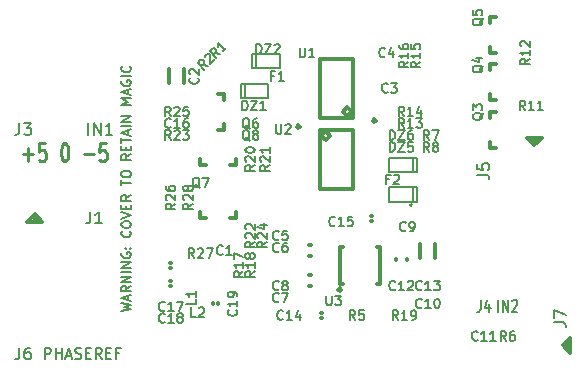
<source format=gto>
G04 #@! TF.FileFunction,Legend,Top*
%FSLAX46Y46*%
G04 Gerber Fmt 4.6, Leading zero omitted, Abs format (unit mm)*
G04 Created by KiCad (PCBNEW (2014-11-08 BZR 5258)-product) date Tue 11 Nov 2014 07:31:25 PM EST*
%MOMM*%
G01*
G04 APERTURE LIST*
%ADD10C,0.100000*%
%ADD11C,0.200000*%
%ADD12C,0.275000*%
%ADD13C,0.350000*%
%ADD14C,0.150000*%
%ADD15C,0.203200*%
G04 APERTURE END LIST*
D10*
D11*
X96811905Y-85380951D02*
X97611905Y-85190475D01*
X97040476Y-85038094D01*
X97611905Y-84885713D01*
X96811905Y-84695237D01*
X97383333Y-84428570D02*
X97383333Y-84047618D01*
X97611905Y-84504761D02*
X96811905Y-84238094D01*
X97611905Y-83971427D01*
X97611905Y-83247618D02*
X97230952Y-83514285D01*
X97611905Y-83704761D02*
X96811905Y-83704761D01*
X96811905Y-83399999D01*
X96850000Y-83323808D01*
X96888095Y-83285713D01*
X96964286Y-83247618D01*
X97078571Y-83247618D01*
X97154762Y-83285713D01*
X97192857Y-83323808D01*
X97230952Y-83399999D01*
X97230952Y-83704761D01*
X97611905Y-82904761D02*
X96811905Y-82904761D01*
X97611905Y-82447618D01*
X96811905Y-82447618D01*
X97611905Y-82066666D02*
X96811905Y-82066666D01*
X97611905Y-81685714D02*
X96811905Y-81685714D01*
X97611905Y-81228571D01*
X96811905Y-81228571D01*
X96850000Y-80428571D02*
X96811905Y-80504762D01*
X96811905Y-80619047D01*
X96850000Y-80733333D01*
X96926190Y-80809524D01*
X97002381Y-80847619D01*
X97154762Y-80885714D01*
X97269048Y-80885714D01*
X97421429Y-80847619D01*
X97497619Y-80809524D01*
X97573810Y-80733333D01*
X97611905Y-80619047D01*
X97611905Y-80542857D01*
X97573810Y-80428571D01*
X97535714Y-80390476D01*
X97269048Y-80390476D01*
X97269048Y-80542857D01*
X97535714Y-80047619D02*
X97573810Y-80009524D01*
X97611905Y-80047619D01*
X97573810Y-80085714D01*
X97535714Y-80047619D01*
X97611905Y-80047619D01*
X97116667Y-80047619D02*
X97154762Y-80009524D01*
X97192857Y-80047619D01*
X97154762Y-80085714D01*
X97116667Y-80047619D01*
X97192857Y-80047619D01*
X97535714Y-78600000D02*
X97573810Y-78638095D01*
X97611905Y-78752381D01*
X97611905Y-78828571D01*
X97573810Y-78942857D01*
X97497619Y-79019048D01*
X97421429Y-79057143D01*
X97269048Y-79095238D01*
X97154762Y-79095238D01*
X97002381Y-79057143D01*
X96926190Y-79019048D01*
X96850000Y-78942857D01*
X96811905Y-78828571D01*
X96811905Y-78752381D01*
X96850000Y-78638095D01*
X96888095Y-78600000D01*
X96811905Y-78104762D02*
X96811905Y-77952381D01*
X96850000Y-77876190D01*
X96926190Y-77800000D01*
X97078571Y-77761905D01*
X97345238Y-77761905D01*
X97497619Y-77800000D01*
X97573810Y-77876190D01*
X97611905Y-77952381D01*
X97611905Y-78104762D01*
X97573810Y-78180952D01*
X97497619Y-78257143D01*
X97345238Y-78295238D01*
X97078571Y-78295238D01*
X96926190Y-78257143D01*
X96850000Y-78180952D01*
X96811905Y-78104762D01*
X96811905Y-77533334D02*
X97611905Y-77266667D01*
X96811905Y-77000000D01*
X97192857Y-76733334D02*
X97192857Y-76466667D01*
X97611905Y-76352381D02*
X97611905Y-76733334D01*
X96811905Y-76733334D01*
X96811905Y-76352381D01*
X97611905Y-75552381D02*
X97230952Y-75819048D01*
X97611905Y-76009524D02*
X96811905Y-76009524D01*
X96811905Y-75704762D01*
X96850000Y-75628571D01*
X96888095Y-75590476D01*
X96964286Y-75552381D01*
X97078571Y-75552381D01*
X97154762Y-75590476D01*
X97192857Y-75628571D01*
X97230952Y-75704762D01*
X97230952Y-76009524D01*
X96811905Y-74714286D02*
X96811905Y-74257143D01*
X97611905Y-74485714D02*
X96811905Y-74485714D01*
X96811905Y-73838095D02*
X96811905Y-73685714D01*
X96850000Y-73609523D01*
X96926190Y-73533333D01*
X97078571Y-73495238D01*
X97345238Y-73495238D01*
X97497619Y-73533333D01*
X97573810Y-73609523D01*
X97611905Y-73685714D01*
X97611905Y-73838095D01*
X97573810Y-73914285D01*
X97497619Y-73990476D01*
X97345238Y-74028571D01*
X97078571Y-74028571D01*
X96926190Y-73990476D01*
X96850000Y-73914285D01*
X96811905Y-73838095D01*
X97611905Y-72085714D02*
X97230952Y-72352381D01*
X97611905Y-72542857D02*
X96811905Y-72542857D01*
X96811905Y-72238095D01*
X96850000Y-72161904D01*
X96888095Y-72123809D01*
X96964286Y-72085714D01*
X97078571Y-72085714D01*
X97154762Y-72123809D01*
X97192857Y-72161904D01*
X97230952Y-72238095D01*
X97230952Y-72542857D01*
X97192857Y-71742857D02*
X97192857Y-71476190D01*
X97611905Y-71361904D02*
X97611905Y-71742857D01*
X96811905Y-71742857D01*
X96811905Y-71361904D01*
X96811905Y-71133333D02*
X96811905Y-70676190D01*
X97611905Y-70904761D02*
X96811905Y-70904761D01*
X97383333Y-70447618D02*
X97383333Y-70066666D01*
X97611905Y-70523809D02*
X96811905Y-70257142D01*
X97611905Y-69990475D01*
X97611905Y-69723809D02*
X96811905Y-69723809D01*
X97611905Y-69342857D02*
X96811905Y-69342857D01*
X97611905Y-68885714D01*
X96811905Y-68885714D01*
X97611905Y-67895238D02*
X96811905Y-67895238D01*
X97383333Y-67628571D01*
X96811905Y-67361904D01*
X97611905Y-67361904D01*
X97383333Y-67019047D02*
X97383333Y-66638095D01*
X97611905Y-67095238D02*
X96811905Y-66828571D01*
X97611905Y-66561904D01*
X96850000Y-65876190D02*
X96811905Y-65952381D01*
X96811905Y-66066666D01*
X96850000Y-66180952D01*
X96926190Y-66257143D01*
X97002381Y-66295238D01*
X97154762Y-66333333D01*
X97269048Y-66333333D01*
X97421429Y-66295238D01*
X97497619Y-66257143D01*
X97573810Y-66180952D01*
X97611905Y-66066666D01*
X97611905Y-65990476D01*
X97573810Y-65876190D01*
X97535714Y-65838095D01*
X97269048Y-65838095D01*
X97269048Y-65990476D01*
X97611905Y-65495238D02*
X96811905Y-65495238D01*
X97535714Y-64657143D02*
X97573810Y-64695238D01*
X97611905Y-64809524D01*
X97611905Y-64885714D01*
X97573810Y-65000000D01*
X97497619Y-65076191D01*
X97421429Y-65114286D01*
X97269048Y-65152381D01*
X97154762Y-65152381D01*
X97002381Y-65114286D01*
X96926190Y-65076191D01*
X96850000Y-65000000D01*
X96811905Y-64885714D01*
X96811905Y-64809524D01*
X96850000Y-64695238D01*
X96888095Y-64657143D01*
D12*
X88490477Y-72107143D02*
X89328572Y-72107143D01*
X88909524Y-72678571D02*
X88909524Y-71535714D01*
X90376191Y-71178571D02*
X89852382Y-71178571D01*
X89800001Y-71892857D01*
X89852382Y-71821429D01*
X89957144Y-71750000D01*
X90219048Y-71750000D01*
X90323810Y-71821429D01*
X90376191Y-71892857D01*
X90428572Y-72035714D01*
X90428572Y-72392857D01*
X90376191Y-72535714D01*
X90323810Y-72607143D01*
X90219048Y-72678571D01*
X89957144Y-72678571D01*
X89852382Y-72607143D01*
X89800001Y-72535714D01*
X91947620Y-71178571D02*
X92052381Y-71178571D01*
X92157143Y-71250000D01*
X92209524Y-71321429D01*
X92261905Y-71464286D01*
X92314286Y-71750000D01*
X92314286Y-72107143D01*
X92261905Y-72392857D01*
X92209524Y-72535714D01*
X92157143Y-72607143D01*
X92052381Y-72678571D01*
X91947620Y-72678571D01*
X91842858Y-72607143D01*
X91790477Y-72535714D01*
X91738096Y-72392857D01*
X91685715Y-72107143D01*
X91685715Y-71750000D01*
X91738096Y-71464286D01*
X91790477Y-71321429D01*
X91842858Y-71250000D01*
X91947620Y-71178571D01*
X93623810Y-72107143D02*
X94461905Y-72107143D01*
X95509524Y-71178571D02*
X94985715Y-71178571D01*
X94933334Y-71892857D01*
X94985715Y-71821429D01*
X95090477Y-71750000D01*
X95352381Y-71750000D01*
X95457143Y-71821429D01*
X95509524Y-71892857D01*
X95561905Y-72035714D01*
X95561905Y-72392857D01*
X95509524Y-72535714D01*
X95457143Y-72607143D01*
X95352381Y-72678571D01*
X95090477Y-72678571D01*
X94985715Y-72607143D01*
X94933334Y-72535714D01*
D11*
X108200000Y-63600000D02*
X107900000Y-63600000D01*
X107900000Y-63600000D02*
X107900000Y-64800000D01*
X107900000Y-64800000D02*
X108200000Y-64800000D01*
X108200000Y-63600000D02*
X110200000Y-63600000D01*
X110200000Y-63600000D02*
X110200000Y-64800000D01*
X110200000Y-64800000D02*
X108200000Y-64800000D01*
X108200000Y-64800000D02*
X108200000Y-63600000D01*
X107250000Y-66150000D02*
X106950000Y-66150000D01*
X106950000Y-66150000D02*
X106950000Y-67350000D01*
X106950000Y-67350000D02*
X107250000Y-67350000D01*
X107250000Y-66150000D02*
X109250000Y-66150000D01*
X109250000Y-66150000D02*
X109250000Y-67350000D01*
X109250000Y-67350000D02*
X107250000Y-67350000D01*
X107250000Y-67350000D02*
X107250000Y-66150000D01*
X121500000Y-73600000D02*
X121800000Y-73600000D01*
X121800000Y-73600000D02*
X121800000Y-72400000D01*
X121800000Y-72400000D02*
X121500000Y-72400000D01*
X121500000Y-73600000D02*
X119500000Y-73600000D01*
X119500000Y-73600000D02*
X119500000Y-72400000D01*
X119500000Y-72400000D02*
X121500000Y-72400000D01*
X121500000Y-72400000D02*
X121500000Y-73600000D01*
D13*
X120029000Y-80929000D02*
X120029000Y-81071000D01*
X120029000Y-81071000D02*
X120029000Y-80929000D01*
X120971000Y-80929000D02*
X120971000Y-81071000D01*
X120971000Y-81071000D02*
X120971000Y-80929000D01*
X89460000Y-77175000D02*
X88825000Y-77810000D01*
X88825000Y-77810000D02*
X89460000Y-77810000D01*
X89460000Y-77810000D02*
X90095000Y-77810000D01*
X90095000Y-77810000D02*
X89460000Y-77175000D01*
X89460000Y-77175000D02*
X89460000Y-77810000D01*
X131770000Y-71325000D02*
X132405000Y-70690000D01*
X132405000Y-70690000D02*
X131135000Y-70690000D01*
X131135000Y-70690000D02*
X131770000Y-71325000D01*
X131770000Y-71325000D02*
X131770000Y-70690000D01*
X134175000Y-88270000D02*
X134810000Y-88905000D01*
X134810000Y-88905000D02*
X134810000Y-87635000D01*
X134810000Y-87635000D02*
X134175000Y-88270000D01*
X134175000Y-88270000D02*
X134810000Y-88270000D01*
X112821000Y-79779000D02*
X112679000Y-79779000D01*
X112679000Y-79779000D02*
X112821000Y-79779000D01*
X112821000Y-80721000D02*
X112679000Y-80721000D01*
X112679000Y-80721000D02*
X112821000Y-80721000D01*
X102146000Y-66096000D02*
X102146000Y-64904000D01*
X102146000Y-64904000D02*
X102146000Y-66096000D01*
X100854000Y-66096000D02*
X100854000Y-64904000D01*
X100854000Y-64904000D02*
X100854000Y-66096000D01*
X112821000Y-82279000D02*
X112679000Y-82279000D01*
X112679000Y-82279000D02*
X112821000Y-82279000D01*
X112821000Y-83221000D02*
X112679000Y-83221000D01*
X112679000Y-83221000D02*
X112821000Y-83221000D01*
X123396000Y-80846000D02*
X123396000Y-79654000D01*
X123396000Y-79654000D02*
X123396000Y-80846000D01*
X122104000Y-80846000D02*
X122104000Y-79654000D01*
X122104000Y-79654000D02*
X122104000Y-80846000D01*
D11*
X121400000Y-76400000D02*
X121300000Y-76300000D01*
X121300000Y-76300000D02*
X121200000Y-76400000D01*
X121200000Y-76400000D02*
X121300000Y-76500000D01*
X121300000Y-76500000D02*
X121400000Y-76400000D01*
X121500000Y-76100000D02*
X121800000Y-76100000D01*
X121800000Y-76100000D02*
X121800000Y-74900000D01*
X121800000Y-74900000D02*
X121500000Y-74900000D01*
X121500000Y-76100000D02*
X119500000Y-76100000D01*
X119500000Y-76100000D02*
X119500000Y-74900000D01*
X119500000Y-74900000D02*
X121500000Y-74900000D01*
X121500000Y-74900000D02*
X121500000Y-76100000D01*
D13*
X127992000Y-68984000D02*
X127992000Y-68476000D01*
X127992000Y-68476000D02*
X128500000Y-68476000D01*
X128500000Y-71524000D02*
X127992000Y-71524000D01*
X127992000Y-71524000D02*
X127992000Y-71016000D01*
X127992000Y-64984000D02*
X127992000Y-64476000D01*
X127992000Y-64476000D02*
X128500000Y-64476000D01*
X128500000Y-67524000D02*
X127992000Y-67524000D01*
X127992000Y-67524000D02*
X127992000Y-67016000D01*
X127992000Y-60984000D02*
X127992000Y-60476000D01*
X127992000Y-60476000D02*
X128500000Y-60476000D01*
X128500000Y-63524000D02*
X127992000Y-63524000D01*
X127992000Y-63524000D02*
X127992000Y-63016000D01*
X105508000Y-69516000D02*
X105508000Y-70024000D01*
X105508000Y-70024000D02*
X105000000Y-70024000D01*
X105000000Y-66976000D02*
X105508000Y-66976000D01*
X105508000Y-66976000D02*
X105508000Y-67484000D01*
X103984000Y-77508000D02*
X103476000Y-77508000D01*
X103476000Y-77508000D02*
X103476000Y-77000000D01*
X106524000Y-77000000D02*
X106524000Y-77508000D01*
X106524000Y-77508000D02*
X106016000Y-77508000D01*
X103984000Y-73008000D02*
X103476000Y-73008000D01*
X103476000Y-73008000D02*
X103476000Y-72500000D01*
X106524000Y-72500000D02*
X106524000Y-73008000D01*
X106524000Y-73008000D02*
X106016000Y-73008000D01*
X113583000Y-69000000D02*
X116417000Y-69000000D01*
X116417000Y-69000000D02*
X116417000Y-64000000D01*
X116417000Y-64000000D02*
X113583000Y-64000000D01*
X113583000Y-64000000D02*
X113583000Y-69000000D01*
X118348000Y-69259000D02*
X118221000Y-69386000D01*
X118221000Y-69386000D02*
X118094000Y-69259000D01*
X118094000Y-69259000D02*
X118221000Y-69132000D01*
X118221000Y-69132000D02*
X118348000Y-69259000D01*
X116290000Y-68492000D02*
X115909000Y-68873000D01*
X115909000Y-68873000D02*
X115528000Y-68492000D01*
X115528000Y-68492000D02*
X115909000Y-68111000D01*
X115909000Y-68111000D02*
X116290000Y-68492000D01*
X116417000Y-70000000D02*
X113583000Y-70000000D01*
X113583000Y-70000000D02*
X113583000Y-75000000D01*
X113583000Y-75000000D02*
X116417000Y-75000000D01*
X116417000Y-75000000D02*
X116417000Y-70000000D01*
X111652000Y-69741000D02*
X111779000Y-69614000D01*
X111779000Y-69614000D02*
X111906000Y-69741000D01*
X111906000Y-69741000D02*
X111779000Y-69868000D01*
X111779000Y-69868000D02*
X111652000Y-69741000D01*
X113710000Y-70508000D02*
X114091000Y-70127000D01*
X114091000Y-70127000D02*
X114472000Y-70508000D01*
X114472000Y-70508000D02*
X114091000Y-70889000D01*
X114091000Y-70889000D02*
X113710000Y-70508000D01*
X115546000Y-83050000D02*
X115323000Y-83050000D01*
X115323000Y-83050000D02*
X115323000Y-79950000D01*
X115323000Y-79950000D02*
X115546000Y-79950000D01*
X118454000Y-83050000D02*
X118677000Y-83050000D01*
X118677000Y-83050000D02*
X118677000Y-79950000D01*
X118677000Y-79950000D02*
X118454000Y-79950000D01*
X115292000Y-83685000D02*
X115165000Y-83558000D01*
X115165000Y-83558000D02*
X115292000Y-83431000D01*
X115292000Y-83431000D02*
X115419000Y-83558000D01*
X115419000Y-83558000D02*
X115292000Y-83685000D01*
X113796000Y-85529000D02*
X113704000Y-85529000D01*
X113704000Y-85529000D02*
X113796000Y-85529000D01*
X113796000Y-85971000D02*
X113704000Y-85971000D01*
X113704000Y-85971000D02*
X113796000Y-85971000D01*
X117954000Y-77721000D02*
X118046000Y-77721000D01*
X118046000Y-77721000D02*
X117954000Y-77721000D01*
X117954000Y-77279000D02*
X118046000Y-77279000D01*
X118046000Y-77279000D02*
X117954000Y-77279000D01*
X101046000Y-81279000D02*
X100954000Y-81279000D01*
X100954000Y-81279000D02*
X101046000Y-81279000D01*
X101046000Y-81721000D02*
X100954000Y-81721000D01*
X100954000Y-81721000D02*
X101046000Y-81721000D01*
X101046000Y-82779000D02*
X100954000Y-82779000D01*
X100954000Y-82779000D02*
X101046000Y-82779000D01*
X101046000Y-83221000D02*
X100954000Y-83221000D01*
X100954000Y-83221000D02*
X101046000Y-83221000D01*
X104529000Y-84704000D02*
X104529000Y-84796000D01*
X104529000Y-84796000D02*
X104529000Y-84704000D01*
X104971000Y-84704000D02*
X104971000Y-84796000D01*
X104971000Y-84796000D02*
X104971000Y-84704000D01*
D14*
X108228571Y-63561905D02*
X108228571Y-62761905D01*
X108419047Y-62761905D01*
X108533333Y-62800000D01*
X108609524Y-62876190D01*
X108647619Y-62952381D01*
X108685714Y-63104762D01*
X108685714Y-63219048D01*
X108647619Y-63371429D01*
X108609524Y-63447619D01*
X108533333Y-63523810D01*
X108419047Y-63561905D01*
X108228571Y-63561905D01*
X108952381Y-62761905D02*
X109485714Y-62761905D01*
X108952381Y-63561905D01*
X109485714Y-63561905D01*
X109752381Y-62838095D02*
X109790476Y-62800000D01*
X109866667Y-62761905D01*
X110057143Y-62761905D01*
X110133333Y-62800000D01*
X110171429Y-62838095D01*
X110209524Y-62914286D01*
X110209524Y-62990476D01*
X110171429Y-63104762D01*
X109714286Y-63561905D01*
X110209524Y-63561905D01*
X107028571Y-68361905D02*
X107028571Y-67561905D01*
X107219047Y-67561905D01*
X107333333Y-67600000D01*
X107409524Y-67676190D01*
X107447619Y-67752381D01*
X107485714Y-67904762D01*
X107485714Y-68019048D01*
X107447619Y-68171429D01*
X107409524Y-68247619D01*
X107333333Y-68323810D01*
X107219047Y-68361905D01*
X107028571Y-68361905D01*
X107752381Y-67561905D02*
X108285714Y-67561905D01*
X107752381Y-68361905D01*
X108285714Y-68361905D01*
X109009524Y-68361905D02*
X108552381Y-68361905D01*
X108780952Y-68361905D02*
X108780952Y-67561905D01*
X108704762Y-67676190D01*
X108628571Y-67752381D01*
X108552381Y-67790476D01*
X119528571Y-70861905D02*
X119528571Y-70061905D01*
X119719047Y-70061905D01*
X119833333Y-70100000D01*
X119909524Y-70176190D01*
X119947619Y-70252381D01*
X119985714Y-70404762D01*
X119985714Y-70519048D01*
X119947619Y-70671429D01*
X119909524Y-70747619D01*
X119833333Y-70823810D01*
X119719047Y-70861905D01*
X119528571Y-70861905D01*
X120252381Y-70061905D02*
X120785714Y-70061905D01*
X120252381Y-70861905D01*
X120785714Y-70861905D01*
X121433333Y-70061905D02*
X121280952Y-70061905D01*
X121204762Y-70100000D01*
X121166667Y-70138095D01*
X121090476Y-70252381D01*
X121052381Y-70404762D01*
X121052381Y-70709524D01*
X121090476Y-70785714D01*
X121128571Y-70823810D01*
X121204762Y-70861905D01*
X121357143Y-70861905D01*
X121433333Y-70823810D01*
X121471429Y-70785714D01*
X121509524Y-70709524D01*
X121509524Y-70519048D01*
X121471429Y-70442857D01*
X121433333Y-70404762D01*
X121357143Y-70366667D01*
X121204762Y-70366667D01*
X121128571Y-70404762D01*
X121090476Y-70442857D01*
X121052381Y-70519048D01*
X88166667Y-69452381D02*
X88166667Y-70166667D01*
X88119047Y-70309524D01*
X88023809Y-70404762D01*
X87880952Y-70452381D01*
X87785714Y-70452381D01*
X88547619Y-69452381D02*
X89166667Y-69452381D01*
X88833333Y-69833333D01*
X88976191Y-69833333D01*
X89071429Y-69880952D01*
X89119048Y-69928571D01*
X89166667Y-70023810D01*
X89166667Y-70261905D01*
X89119048Y-70357143D01*
X89071429Y-70404762D01*
X88976191Y-70452381D01*
X88690476Y-70452381D01*
X88595238Y-70404762D01*
X88547619Y-70357143D01*
X94000000Y-70452381D02*
X94000000Y-69452381D01*
X94476190Y-70452381D02*
X94476190Y-69452381D01*
X95047619Y-70452381D01*
X95047619Y-69452381D01*
X96047619Y-70452381D02*
X95476190Y-70452381D01*
X95761904Y-70452381D02*
X95761904Y-69452381D01*
X95666666Y-69595238D01*
X95571428Y-69690476D01*
X95476190Y-69738095D01*
X119985714Y-83535714D02*
X119947619Y-83573810D01*
X119833333Y-83611905D01*
X119757143Y-83611905D01*
X119642857Y-83573810D01*
X119566666Y-83497619D01*
X119528571Y-83421429D01*
X119490476Y-83269048D01*
X119490476Y-83154762D01*
X119528571Y-83002381D01*
X119566666Y-82926190D01*
X119642857Y-82850000D01*
X119757143Y-82811905D01*
X119833333Y-82811905D01*
X119947619Y-82850000D01*
X119985714Y-82888095D01*
X120747619Y-83611905D02*
X120290476Y-83611905D01*
X120519047Y-83611905D02*
X120519047Y-82811905D01*
X120442857Y-82926190D01*
X120366666Y-83002381D01*
X120290476Y-83040476D01*
X121052381Y-82888095D02*
X121090476Y-82850000D01*
X121166667Y-82811905D01*
X121357143Y-82811905D01*
X121433333Y-82850000D01*
X121471429Y-82888095D01*
X121509524Y-82964286D01*
X121509524Y-83040476D01*
X121471429Y-83154762D01*
X121014286Y-83611905D01*
X121509524Y-83611905D01*
D15*
X94166414Y-76951965D02*
X94166414Y-77666793D01*
X94118758Y-77809759D01*
X94023448Y-77905070D01*
X93880482Y-77952725D01*
X93785172Y-77952725D01*
X95167174Y-77952725D02*
X94595311Y-77952725D01*
X94881242Y-77952725D02*
X94881242Y-76951965D01*
X94785932Y-77094930D01*
X94690621Y-77190241D01*
X94595311Y-77237896D01*
X126951965Y-73833586D02*
X127666793Y-73833586D01*
X127809759Y-73881242D01*
X127905070Y-73976552D01*
X127952725Y-74119518D01*
X127952725Y-74214828D01*
X126951965Y-72880481D02*
X126951965Y-73357034D01*
X127428517Y-73404689D01*
X127380862Y-73357034D01*
X127333207Y-73261723D01*
X127333207Y-73023447D01*
X127380862Y-72928137D01*
X127428517Y-72880481D01*
X127523828Y-72832826D01*
X127762104Y-72832826D01*
X127857414Y-72880481D01*
X127905070Y-72928137D01*
X127952725Y-73023447D01*
X127952725Y-73261723D01*
X127905070Y-73357034D01*
X127857414Y-73404689D01*
X133451965Y-86333586D02*
X134166793Y-86333586D01*
X134309759Y-86381242D01*
X134405070Y-86476552D01*
X134452725Y-86619518D01*
X134452725Y-86714828D01*
X133451965Y-85952344D02*
X133451965Y-85285171D01*
X134452725Y-85714068D01*
D14*
X110116667Y-80285714D02*
X110078572Y-80323810D01*
X109964286Y-80361905D01*
X109888096Y-80361905D01*
X109773810Y-80323810D01*
X109697619Y-80247619D01*
X109659524Y-80171429D01*
X109621429Y-80019048D01*
X109621429Y-79904762D01*
X109659524Y-79752381D01*
X109697619Y-79676190D01*
X109773810Y-79600000D01*
X109888096Y-79561905D01*
X109964286Y-79561905D01*
X110078572Y-79600000D01*
X110116667Y-79638095D01*
X110802381Y-79561905D02*
X110650000Y-79561905D01*
X110573810Y-79600000D01*
X110535715Y-79638095D01*
X110459524Y-79752381D01*
X110421429Y-79904762D01*
X110421429Y-80209524D01*
X110459524Y-80285714D01*
X110497619Y-80323810D01*
X110573810Y-80361905D01*
X110726191Y-80361905D01*
X110802381Y-80323810D01*
X110840477Y-80285714D01*
X110878572Y-80209524D01*
X110878572Y-80019048D01*
X110840477Y-79942857D01*
X110802381Y-79904762D01*
X110726191Y-79866667D01*
X110573810Y-79866667D01*
X110497619Y-79904762D01*
X110459524Y-79942857D01*
X110421429Y-80019048D01*
X131361905Y-64014286D02*
X130980952Y-64280953D01*
X131361905Y-64471429D02*
X130561905Y-64471429D01*
X130561905Y-64166667D01*
X130600000Y-64090476D01*
X130638095Y-64052381D01*
X130714286Y-64014286D01*
X130828571Y-64014286D01*
X130904762Y-64052381D01*
X130942857Y-64090476D01*
X130980952Y-64166667D01*
X130980952Y-64471429D01*
X131361905Y-63252381D02*
X131361905Y-63709524D01*
X131361905Y-63480953D02*
X130561905Y-63480953D01*
X130676190Y-63557143D01*
X130752381Y-63633334D01*
X130790476Y-63709524D01*
X130638095Y-62947619D02*
X130600000Y-62909524D01*
X130561905Y-62833333D01*
X130561905Y-62642857D01*
X130600000Y-62566667D01*
X130638095Y-62528571D01*
X130714286Y-62490476D01*
X130790476Y-62490476D01*
X130904762Y-62528571D01*
X131361905Y-62985714D01*
X131361905Y-62490476D01*
X103285714Y-65633333D02*
X103323810Y-65671428D01*
X103361905Y-65785714D01*
X103361905Y-65861904D01*
X103323810Y-65976190D01*
X103247619Y-66052381D01*
X103171429Y-66090476D01*
X103019048Y-66128571D01*
X102904762Y-66128571D01*
X102752381Y-66090476D01*
X102676190Y-66052381D01*
X102600000Y-65976190D01*
X102561905Y-65861904D01*
X102561905Y-65785714D01*
X102600000Y-65671428D01*
X102638095Y-65633333D01*
X102638095Y-65328571D02*
X102600000Y-65290476D01*
X102561905Y-65214285D01*
X102561905Y-65023809D01*
X102600000Y-64947619D01*
X102638095Y-64909523D01*
X102714286Y-64871428D01*
X102790476Y-64871428D01*
X102904762Y-64909523D01*
X103361905Y-65366666D01*
X103361905Y-64871428D01*
X119366667Y-66785714D02*
X119328572Y-66823810D01*
X119214286Y-66861905D01*
X119138096Y-66861905D01*
X119023810Y-66823810D01*
X118947619Y-66747619D01*
X118909524Y-66671429D01*
X118871429Y-66519048D01*
X118871429Y-66404762D01*
X118909524Y-66252381D01*
X118947619Y-66176190D01*
X119023810Y-66100000D01*
X119138096Y-66061905D01*
X119214286Y-66061905D01*
X119328572Y-66100000D01*
X119366667Y-66138095D01*
X119633334Y-66061905D02*
X120128572Y-66061905D01*
X119861905Y-66366667D01*
X119976191Y-66366667D01*
X120052381Y-66404762D01*
X120090477Y-66442857D01*
X120128572Y-66519048D01*
X120128572Y-66709524D01*
X120090477Y-66785714D01*
X120052381Y-66823810D01*
X119976191Y-66861905D01*
X119747619Y-66861905D01*
X119671429Y-66823810D01*
X119633334Y-66785714D01*
X119116667Y-63785714D02*
X119078572Y-63823810D01*
X118964286Y-63861905D01*
X118888096Y-63861905D01*
X118773810Y-63823810D01*
X118697619Y-63747619D01*
X118659524Y-63671429D01*
X118621429Y-63519048D01*
X118621429Y-63404762D01*
X118659524Y-63252381D01*
X118697619Y-63176190D01*
X118773810Y-63100000D01*
X118888096Y-63061905D01*
X118964286Y-63061905D01*
X119078572Y-63100000D01*
X119116667Y-63138095D01*
X119802381Y-63328571D02*
X119802381Y-63861905D01*
X119611905Y-63023810D02*
X119421429Y-63595238D01*
X119916667Y-63595238D01*
X110116667Y-79285714D02*
X110078572Y-79323810D01*
X109964286Y-79361905D01*
X109888096Y-79361905D01*
X109773810Y-79323810D01*
X109697619Y-79247619D01*
X109659524Y-79171429D01*
X109621429Y-79019048D01*
X109621429Y-78904762D01*
X109659524Y-78752381D01*
X109697619Y-78676190D01*
X109773810Y-78600000D01*
X109888096Y-78561905D01*
X109964286Y-78561905D01*
X110078572Y-78600000D01*
X110116667Y-78638095D01*
X110840477Y-78561905D02*
X110459524Y-78561905D01*
X110421429Y-78942857D01*
X110459524Y-78904762D01*
X110535715Y-78866667D01*
X110726191Y-78866667D01*
X110802381Y-78904762D01*
X110840477Y-78942857D01*
X110878572Y-79019048D01*
X110878572Y-79209524D01*
X110840477Y-79285714D01*
X110802381Y-79323810D01*
X110726191Y-79361905D01*
X110535715Y-79361905D01*
X110459524Y-79323810D01*
X110421429Y-79285714D01*
X110116667Y-84535714D02*
X110078572Y-84573810D01*
X109964286Y-84611905D01*
X109888096Y-84611905D01*
X109773810Y-84573810D01*
X109697619Y-84497619D01*
X109659524Y-84421429D01*
X109621429Y-84269048D01*
X109621429Y-84154762D01*
X109659524Y-84002381D01*
X109697619Y-83926190D01*
X109773810Y-83850000D01*
X109888096Y-83811905D01*
X109964286Y-83811905D01*
X110078572Y-83850000D01*
X110116667Y-83888095D01*
X110383334Y-83811905D02*
X110916667Y-83811905D01*
X110573810Y-84611905D01*
X110116667Y-83535714D02*
X110078572Y-83573810D01*
X109964286Y-83611905D01*
X109888096Y-83611905D01*
X109773810Y-83573810D01*
X109697619Y-83497619D01*
X109659524Y-83421429D01*
X109621429Y-83269048D01*
X109621429Y-83154762D01*
X109659524Y-83002381D01*
X109697619Y-82926190D01*
X109773810Y-82850000D01*
X109888096Y-82811905D01*
X109964286Y-82811905D01*
X110078572Y-82850000D01*
X110116667Y-82888095D01*
X110573810Y-83154762D02*
X110497619Y-83116667D01*
X110459524Y-83078571D01*
X110421429Y-83002381D01*
X110421429Y-82964286D01*
X110459524Y-82888095D01*
X110497619Y-82850000D01*
X110573810Y-82811905D01*
X110726191Y-82811905D01*
X110802381Y-82850000D01*
X110840477Y-82888095D01*
X110878572Y-82964286D01*
X110878572Y-83002381D01*
X110840477Y-83078571D01*
X110802381Y-83116667D01*
X110726191Y-83154762D01*
X110573810Y-83154762D01*
X110497619Y-83192857D01*
X110459524Y-83230952D01*
X110421429Y-83307143D01*
X110421429Y-83459524D01*
X110459524Y-83535714D01*
X110497619Y-83573810D01*
X110573810Y-83611905D01*
X110726191Y-83611905D01*
X110802381Y-83573810D01*
X110840477Y-83535714D01*
X110878572Y-83459524D01*
X110878572Y-83307143D01*
X110840477Y-83230952D01*
X110802381Y-83192857D01*
X110726191Y-83154762D01*
X120866667Y-78535714D02*
X120828572Y-78573810D01*
X120714286Y-78611905D01*
X120638096Y-78611905D01*
X120523810Y-78573810D01*
X120447619Y-78497619D01*
X120409524Y-78421429D01*
X120371429Y-78269048D01*
X120371429Y-78154762D01*
X120409524Y-78002381D01*
X120447619Y-77926190D01*
X120523810Y-77850000D01*
X120638096Y-77811905D01*
X120714286Y-77811905D01*
X120828572Y-77850000D01*
X120866667Y-77888095D01*
X121247619Y-78611905D02*
X121400000Y-78611905D01*
X121476191Y-78573810D01*
X121514286Y-78535714D01*
X121590477Y-78421429D01*
X121628572Y-78269048D01*
X121628572Y-77964286D01*
X121590477Y-77888095D01*
X121552381Y-77850000D01*
X121476191Y-77811905D01*
X121323810Y-77811905D01*
X121247619Y-77850000D01*
X121209524Y-77888095D01*
X121171429Y-77964286D01*
X121171429Y-78154762D01*
X121209524Y-78230952D01*
X121247619Y-78269048D01*
X121323810Y-78307143D01*
X121476191Y-78307143D01*
X121552381Y-78269048D01*
X121590477Y-78230952D01*
X121628572Y-78154762D01*
X122235714Y-85035714D02*
X122197619Y-85073810D01*
X122083333Y-85111905D01*
X122007143Y-85111905D01*
X121892857Y-85073810D01*
X121816666Y-84997619D01*
X121778571Y-84921429D01*
X121740476Y-84769048D01*
X121740476Y-84654762D01*
X121778571Y-84502381D01*
X121816666Y-84426190D01*
X121892857Y-84350000D01*
X122007143Y-84311905D01*
X122083333Y-84311905D01*
X122197619Y-84350000D01*
X122235714Y-84388095D01*
X122997619Y-85111905D02*
X122540476Y-85111905D01*
X122769047Y-85111905D02*
X122769047Y-84311905D01*
X122692857Y-84426190D01*
X122616666Y-84502381D01*
X122540476Y-84540476D01*
X123492857Y-84311905D02*
X123569048Y-84311905D01*
X123645238Y-84350000D01*
X123683333Y-84388095D01*
X123721429Y-84464286D01*
X123759524Y-84616667D01*
X123759524Y-84807143D01*
X123721429Y-84959524D01*
X123683333Y-85035714D01*
X123645238Y-85073810D01*
X123569048Y-85111905D01*
X123492857Y-85111905D01*
X123416667Y-85073810D01*
X123378571Y-85035714D01*
X123340476Y-84959524D01*
X123302381Y-84807143D01*
X123302381Y-84616667D01*
X123340476Y-84464286D01*
X123378571Y-84388095D01*
X123416667Y-84350000D01*
X123492857Y-84311905D01*
X126985714Y-87785714D02*
X126947619Y-87823810D01*
X126833333Y-87861905D01*
X126757143Y-87861905D01*
X126642857Y-87823810D01*
X126566666Y-87747619D01*
X126528571Y-87671429D01*
X126490476Y-87519048D01*
X126490476Y-87404762D01*
X126528571Y-87252381D01*
X126566666Y-87176190D01*
X126642857Y-87100000D01*
X126757143Y-87061905D01*
X126833333Y-87061905D01*
X126947619Y-87100000D01*
X126985714Y-87138095D01*
X127747619Y-87861905D02*
X127290476Y-87861905D01*
X127519047Y-87861905D02*
X127519047Y-87061905D01*
X127442857Y-87176190D01*
X127366666Y-87252381D01*
X127290476Y-87290476D01*
X128509524Y-87861905D02*
X128052381Y-87861905D01*
X128280952Y-87861905D02*
X128280952Y-87061905D01*
X128204762Y-87176190D01*
X128128571Y-87252381D01*
X128052381Y-87290476D01*
X122235714Y-83535714D02*
X122197619Y-83573810D01*
X122083333Y-83611905D01*
X122007143Y-83611905D01*
X121892857Y-83573810D01*
X121816666Y-83497619D01*
X121778571Y-83421429D01*
X121740476Y-83269048D01*
X121740476Y-83154762D01*
X121778571Y-83002381D01*
X121816666Y-82926190D01*
X121892857Y-82850000D01*
X122007143Y-82811905D01*
X122083333Y-82811905D01*
X122197619Y-82850000D01*
X122235714Y-82888095D01*
X122997619Y-83611905D02*
X122540476Y-83611905D01*
X122769047Y-83611905D02*
X122769047Y-82811905D01*
X122692857Y-82926190D01*
X122616666Y-83002381D01*
X122540476Y-83040476D01*
X123264286Y-82811905D02*
X123759524Y-82811905D01*
X123492857Y-83116667D01*
X123607143Y-83116667D01*
X123683333Y-83154762D01*
X123721429Y-83192857D01*
X123759524Y-83269048D01*
X123759524Y-83459524D01*
X123721429Y-83535714D01*
X123683333Y-83573810D01*
X123607143Y-83611905D01*
X123378571Y-83611905D01*
X123302381Y-83573810D01*
X123264286Y-83535714D01*
X100985714Y-69785714D02*
X100947619Y-69823810D01*
X100833333Y-69861905D01*
X100757143Y-69861905D01*
X100642857Y-69823810D01*
X100566666Y-69747619D01*
X100528571Y-69671429D01*
X100490476Y-69519048D01*
X100490476Y-69404762D01*
X100528571Y-69252381D01*
X100566666Y-69176190D01*
X100642857Y-69100000D01*
X100757143Y-69061905D01*
X100833333Y-69061905D01*
X100947619Y-69100000D01*
X100985714Y-69138095D01*
X101747619Y-69861905D02*
X101290476Y-69861905D01*
X101519047Y-69861905D02*
X101519047Y-69061905D01*
X101442857Y-69176190D01*
X101366666Y-69252381D01*
X101290476Y-69290476D01*
X102433333Y-69061905D02*
X102280952Y-69061905D01*
X102204762Y-69100000D01*
X102166667Y-69138095D01*
X102090476Y-69252381D01*
X102052381Y-69404762D01*
X102052381Y-69709524D01*
X102090476Y-69785714D01*
X102128571Y-69823810D01*
X102204762Y-69861905D01*
X102357143Y-69861905D01*
X102433333Y-69823810D01*
X102471429Y-69785714D01*
X102509524Y-69709524D01*
X102509524Y-69519048D01*
X102471429Y-69442857D01*
X102433333Y-69404762D01*
X102357143Y-69366667D01*
X102204762Y-69366667D01*
X102128571Y-69404762D01*
X102090476Y-69442857D01*
X102052381Y-69519048D01*
X119528571Y-71861905D02*
X119528571Y-71061905D01*
X119719047Y-71061905D01*
X119833333Y-71100000D01*
X119909524Y-71176190D01*
X119947619Y-71252381D01*
X119985714Y-71404762D01*
X119985714Y-71519048D01*
X119947619Y-71671429D01*
X119909524Y-71747619D01*
X119833333Y-71823810D01*
X119719047Y-71861905D01*
X119528571Y-71861905D01*
X120252381Y-71061905D02*
X120785714Y-71061905D01*
X120252381Y-71861905D01*
X120785714Y-71861905D01*
X121471429Y-71061905D02*
X121090476Y-71061905D01*
X121052381Y-71442857D01*
X121090476Y-71404762D01*
X121166667Y-71366667D01*
X121357143Y-71366667D01*
X121433333Y-71404762D01*
X121471429Y-71442857D01*
X121509524Y-71519048D01*
X121509524Y-71709524D01*
X121471429Y-71785714D01*
X121433333Y-71823810D01*
X121357143Y-71861905D01*
X121166667Y-71861905D01*
X121090476Y-71823810D01*
X121052381Y-71785714D01*
X109733334Y-65442857D02*
X109466667Y-65442857D01*
X109466667Y-65861905D02*
X109466667Y-65061905D01*
X109847620Y-65061905D01*
X110571429Y-65861905D02*
X110114286Y-65861905D01*
X110342857Y-65861905D02*
X110342857Y-65061905D01*
X110266667Y-65176190D01*
X110190476Y-65252381D01*
X110114286Y-65290476D01*
X119483334Y-74192857D02*
X119216667Y-74192857D01*
X119216667Y-74611905D02*
X119216667Y-73811905D01*
X119597620Y-73811905D01*
X119864286Y-73888095D02*
X119902381Y-73850000D01*
X119978572Y-73811905D01*
X120169048Y-73811905D01*
X120245238Y-73850000D01*
X120283334Y-73888095D01*
X120321429Y-73964286D01*
X120321429Y-74040476D01*
X120283334Y-74154762D01*
X119826191Y-74611905D01*
X120321429Y-74611905D01*
X127233334Y-84452381D02*
X127233334Y-85166667D01*
X127195238Y-85309524D01*
X127119048Y-85404762D01*
X127004762Y-85452381D01*
X126928572Y-85452381D01*
X127957143Y-84785714D02*
X127957143Y-85452381D01*
X127766667Y-84404762D02*
X127576191Y-85119048D01*
X128071429Y-85119048D01*
X128700000Y-85452381D02*
X128700000Y-84452381D01*
X129080952Y-85452381D02*
X129080952Y-84452381D01*
X129538095Y-85452381D01*
X129538095Y-84452381D01*
X129880952Y-84547619D02*
X129919047Y-84500000D01*
X129995238Y-84452381D01*
X130185714Y-84452381D01*
X130261904Y-84500000D01*
X130300000Y-84547619D01*
X130338095Y-84642857D01*
X130338095Y-84738095D01*
X130300000Y-84880952D01*
X129842857Y-85452381D01*
X130338095Y-85452381D01*
X88166667Y-88452381D02*
X88166667Y-89166667D01*
X88119047Y-89309524D01*
X88023809Y-89404762D01*
X87880952Y-89452381D01*
X87785714Y-89452381D01*
X89071429Y-88452381D02*
X88880952Y-88452381D01*
X88785714Y-88500000D01*
X88738095Y-88547619D01*
X88642857Y-88690476D01*
X88595238Y-88880952D01*
X88595238Y-89261905D01*
X88642857Y-89357143D01*
X88690476Y-89404762D01*
X88785714Y-89452381D01*
X88976191Y-89452381D01*
X89071429Y-89404762D01*
X89119048Y-89357143D01*
X89166667Y-89261905D01*
X89166667Y-89023810D01*
X89119048Y-88928571D01*
X89071429Y-88880952D01*
X88976191Y-88833333D01*
X88785714Y-88833333D01*
X88690476Y-88880952D01*
X88642857Y-88928571D01*
X88595238Y-89023810D01*
X90328571Y-89452381D02*
X90328571Y-88452381D01*
X90671428Y-88452381D01*
X90757142Y-88500000D01*
X90799999Y-88547619D01*
X90842856Y-88642857D01*
X90842856Y-88785714D01*
X90799999Y-88880952D01*
X90757142Y-88928571D01*
X90671428Y-88976190D01*
X90328571Y-88976190D01*
X91228571Y-89452381D02*
X91228571Y-88452381D01*
X91228571Y-88928571D02*
X91742856Y-88928571D01*
X91742856Y-89452381D02*
X91742856Y-88452381D01*
X92128571Y-89166667D02*
X92557142Y-89166667D01*
X92042856Y-89452381D02*
X92342856Y-88452381D01*
X92642856Y-89452381D01*
X92900000Y-89404762D02*
X93028571Y-89452381D01*
X93242857Y-89452381D01*
X93328571Y-89404762D01*
X93371428Y-89357143D01*
X93414285Y-89261905D01*
X93414285Y-89166667D01*
X93371428Y-89071429D01*
X93328571Y-89023810D01*
X93242857Y-88976190D01*
X93071428Y-88928571D01*
X92985714Y-88880952D01*
X92942857Y-88833333D01*
X92900000Y-88738095D01*
X92900000Y-88642857D01*
X92942857Y-88547619D01*
X92985714Y-88500000D01*
X93071428Y-88452381D01*
X93285714Y-88452381D01*
X93414285Y-88500000D01*
X93800000Y-88928571D02*
X94100000Y-88928571D01*
X94228571Y-89452381D02*
X93800000Y-89452381D01*
X93800000Y-88452381D01*
X94228571Y-88452381D01*
X95128571Y-89452381D02*
X94828571Y-88976190D01*
X94614286Y-89452381D02*
X94614286Y-88452381D01*
X94957143Y-88452381D01*
X95042857Y-88500000D01*
X95085714Y-88547619D01*
X95128571Y-88642857D01*
X95128571Y-88785714D01*
X95085714Y-88880952D01*
X95042857Y-88928571D01*
X94957143Y-88976190D01*
X94614286Y-88976190D01*
X95514286Y-88928571D02*
X95814286Y-88928571D01*
X95942857Y-89452381D02*
X95514286Y-89452381D01*
X95514286Y-88452381D01*
X95942857Y-88452381D01*
X96628572Y-88928571D02*
X96328572Y-88928571D01*
X96328572Y-89452381D02*
X96328572Y-88452381D01*
X96757143Y-88452381D01*
X127438095Y-68576190D02*
X127400000Y-68652381D01*
X127323810Y-68728571D01*
X127209524Y-68842857D01*
X127171429Y-68919048D01*
X127171429Y-68995238D01*
X127361905Y-68957143D02*
X127323810Y-69033333D01*
X127247619Y-69109524D01*
X127095238Y-69147619D01*
X126828571Y-69147619D01*
X126676190Y-69109524D01*
X126600000Y-69033333D01*
X126561905Y-68957143D01*
X126561905Y-68804762D01*
X126600000Y-68728571D01*
X126676190Y-68652381D01*
X126828571Y-68614286D01*
X127095238Y-68614286D01*
X127247619Y-68652381D01*
X127323810Y-68728571D01*
X127361905Y-68804762D01*
X127361905Y-68957143D01*
X126561905Y-68347619D02*
X126561905Y-67852381D01*
X126866667Y-68119048D01*
X126866667Y-68004762D01*
X126904762Y-67928572D01*
X126942857Y-67890476D01*
X127019048Y-67852381D01*
X127209524Y-67852381D01*
X127285714Y-67890476D01*
X127323810Y-67928572D01*
X127361905Y-68004762D01*
X127361905Y-68233334D01*
X127323810Y-68309524D01*
X127285714Y-68347619D01*
X127438095Y-64576190D02*
X127400000Y-64652381D01*
X127323810Y-64728571D01*
X127209524Y-64842857D01*
X127171429Y-64919048D01*
X127171429Y-64995238D01*
X127361905Y-64957143D02*
X127323810Y-65033333D01*
X127247619Y-65109524D01*
X127095238Y-65147619D01*
X126828571Y-65147619D01*
X126676190Y-65109524D01*
X126600000Y-65033333D01*
X126561905Y-64957143D01*
X126561905Y-64804762D01*
X126600000Y-64728571D01*
X126676190Y-64652381D01*
X126828571Y-64614286D01*
X127095238Y-64614286D01*
X127247619Y-64652381D01*
X127323810Y-64728571D01*
X127361905Y-64804762D01*
X127361905Y-64957143D01*
X126828571Y-63928572D02*
X127361905Y-63928572D01*
X126523810Y-64119048D02*
X127095238Y-64309524D01*
X127095238Y-63814286D01*
X127438095Y-60576190D02*
X127400000Y-60652381D01*
X127323810Y-60728571D01*
X127209524Y-60842857D01*
X127171429Y-60919048D01*
X127171429Y-60995238D01*
X127361905Y-60957143D02*
X127323810Y-61033333D01*
X127247619Y-61109524D01*
X127095238Y-61147619D01*
X126828571Y-61147619D01*
X126676190Y-61109524D01*
X126600000Y-61033333D01*
X126561905Y-60957143D01*
X126561905Y-60804762D01*
X126600000Y-60728571D01*
X126676190Y-60652381D01*
X126828571Y-60614286D01*
X127095238Y-60614286D01*
X127247619Y-60652381D01*
X127323810Y-60728571D01*
X127361905Y-60804762D01*
X127361905Y-60957143D01*
X126561905Y-59890476D02*
X126561905Y-60271429D01*
X126942857Y-60309524D01*
X126904762Y-60271429D01*
X126866667Y-60195238D01*
X126866667Y-60004762D01*
X126904762Y-59928572D01*
X126942857Y-59890476D01*
X127019048Y-59852381D01*
X127209524Y-59852381D01*
X127285714Y-59890476D01*
X127323810Y-59928572D01*
X127361905Y-60004762D01*
X127361905Y-60195238D01*
X127323810Y-60271429D01*
X127285714Y-60309524D01*
X107673810Y-69938095D02*
X107597619Y-69900000D01*
X107521429Y-69823810D01*
X107407143Y-69709524D01*
X107330952Y-69671429D01*
X107254762Y-69671429D01*
X107292857Y-69861905D02*
X107216667Y-69823810D01*
X107140476Y-69747619D01*
X107102381Y-69595238D01*
X107102381Y-69328571D01*
X107140476Y-69176190D01*
X107216667Y-69100000D01*
X107292857Y-69061905D01*
X107445238Y-69061905D01*
X107521429Y-69100000D01*
X107597619Y-69176190D01*
X107635714Y-69328571D01*
X107635714Y-69595238D01*
X107597619Y-69747619D01*
X107521429Y-69823810D01*
X107445238Y-69861905D01*
X107292857Y-69861905D01*
X108321428Y-69061905D02*
X108169047Y-69061905D01*
X108092857Y-69100000D01*
X108054762Y-69138095D01*
X107978571Y-69252381D01*
X107940476Y-69404762D01*
X107940476Y-69709524D01*
X107978571Y-69785714D01*
X108016666Y-69823810D01*
X108092857Y-69861905D01*
X108245238Y-69861905D01*
X108321428Y-69823810D01*
X108359524Y-69785714D01*
X108397619Y-69709524D01*
X108397619Y-69519048D01*
X108359524Y-69442857D01*
X108321428Y-69404762D01*
X108245238Y-69366667D01*
X108092857Y-69366667D01*
X108016666Y-69404762D01*
X107978571Y-69442857D01*
X107940476Y-69519048D01*
X103423810Y-74938095D02*
X103347619Y-74900000D01*
X103271429Y-74823810D01*
X103157143Y-74709524D01*
X103080952Y-74671429D01*
X103004762Y-74671429D01*
X103042857Y-74861905D02*
X102966667Y-74823810D01*
X102890476Y-74747619D01*
X102852381Y-74595238D01*
X102852381Y-74328571D01*
X102890476Y-74176190D01*
X102966667Y-74100000D01*
X103042857Y-74061905D01*
X103195238Y-74061905D01*
X103271429Y-74100000D01*
X103347619Y-74176190D01*
X103385714Y-74328571D01*
X103385714Y-74595238D01*
X103347619Y-74747619D01*
X103271429Y-74823810D01*
X103195238Y-74861905D01*
X103042857Y-74861905D01*
X103652381Y-74061905D02*
X104185714Y-74061905D01*
X103842857Y-74861905D01*
X107673810Y-70938095D02*
X107597619Y-70900000D01*
X107521429Y-70823810D01*
X107407143Y-70709524D01*
X107330952Y-70671429D01*
X107254762Y-70671429D01*
X107292857Y-70861905D02*
X107216667Y-70823810D01*
X107140476Y-70747619D01*
X107102381Y-70595238D01*
X107102381Y-70328571D01*
X107140476Y-70176190D01*
X107216667Y-70100000D01*
X107292857Y-70061905D01*
X107445238Y-70061905D01*
X107521429Y-70100000D01*
X107597619Y-70176190D01*
X107635714Y-70328571D01*
X107635714Y-70595238D01*
X107597619Y-70747619D01*
X107521429Y-70823810D01*
X107445238Y-70861905D01*
X107292857Y-70861905D01*
X108092857Y-70404762D02*
X108016666Y-70366667D01*
X107978571Y-70328571D01*
X107940476Y-70252381D01*
X107940476Y-70214286D01*
X107978571Y-70138095D01*
X108016666Y-70100000D01*
X108092857Y-70061905D01*
X108245238Y-70061905D01*
X108321428Y-70100000D01*
X108359524Y-70138095D01*
X108397619Y-70214286D01*
X108397619Y-70252381D01*
X108359524Y-70328571D01*
X108321428Y-70366667D01*
X108245238Y-70404762D01*
X108092857Y-70404762D01*
X108016666Y-70442857D01*
X107978571Y-70480952D01*
X107940476Y-70557143D01*
X107940476Y-70709524D01*
X107978571Y-70785714D01*
X108016666Y-70823810D01*
X108092857Y-70861905D01*
X108245238Y-70861905D01*
X108321428Y-70823810D01*
X108359524Y-70785714D01*
X108397619Y-70709524D01*
X108397619Y-70557143D01*
X108359524Y-70480952D01*
X108321428Y-70442857D01*
X108245238Y-70404762D01*
X105161625Y-63600186D02*
X104703688Y-63519374D01*
X104838376Y-63923435D02*
X104272690Y-63357750D01*
X104488190Y-63142250D01*
X104569002Y-63115312D01*
X104622877Y-63115312D01*
X104703689Y-63142250D01*
X104784501Y-63223062D01*
X104811439Y-63303874D01*
X104811439Y-63357749D01*
X104784501Y-63438561D01*
X104569001Y-63654061D01*
X105700373Y-63061438D02*
X105377124Y-63384687D01*
X105538748Y-63223063D02*
X104973063Y-62657377D01*
X105000000Y-62792064D01*
X105000000Y-62899814D01*
X104973063Y-62980626D01*
X104161625Y-64600186D02*
X103703688Y-64519374D01*
X103838376Y-64923435D02*
X103272690Y-64357750D01*
X103488190Y-64142250D01*
X103569002Y-64115312D01*
X103622877Y-64115312D01*
X103703689Y-64142250D01*
X103784501Y-64223062D01*
X103811439Y-64303874D01*
X103811439Y-64357749D01*
X103784501Y-64438561D01*
X103569001Y-64654061D01*
X103865313Y-63872876D02*
X103865313Y-63819001D01*
X103892251Y-63738189D01*
X104026938Y-63603502D01*
X104107750Y-63576565D01*
X104161625Y-63576564D01*
X104242437Y-63603502D01*
X104296312Y-63657377D01*
X104350187Y-63765126D01*
X104350187Y-64411624D01*
X104700373Y-64061438D01*
X116616667Y-86111905D02*
X116350000Y-85730952D01*
X116159524Y-86111905D02*
X116159524Y-85311905D01*
X116464286Y-85311905D01*
X116540477Y-85350000D01*
X116578572Y-85388095D01*
X116616667Y-85464286D01*
X116616667Y-85578571D01*
X116578572Y-85654762D01*
X116540477Y-85692857D01*
X116464286Y-85730952D01*
X116159524Y-85730952D01*
X117340477Y-85311905D02*
X116959524Y-85311905D01*
X116921429Y-85692857D01*
X116959524Y-85654762D01*
X117035715Y-85616667D01*
X117226191Y-85616667D01*
X117302381Y-85654762D01*
X117340477Y-85692857D01*
X117378572Y-85769048D01*
X117378572Y-85959524D01*
X117340477Y-86035714D01*
X117302381Y-86073810D01*
X117226191Y-86111905D01*
X117035715Y-86111905D01*
X116959524Y-86073810D01*
X116921429Y-86035714D01*
X129366667Y-87861905D02*
X129100000Y-87480952D01*
X128909524Y-87861905D02*
X128909524Y-87061905D01*
X129214286Y-87061905D01*
X129290477Y-87100000D01*
X129328572Y-87138095D01*
X129366667Y-87214286D01*
X129366667Y-87328571D01*
X129328572Y-87404762D01*
X129290477Y-87442857D01*
X129214286Y-87480952D01*
X128909524Y-87480952D01*
X130052381Y-87061905D02*
X129900000Y-87061905D01*
X129823810Y-87100000D01*
X129785715Y-87138095D01*
X129709524Y-87252381D01*
X129671429Y-87404762D01*
X129671429Y-87709524D01*
X129709524Y-87785714D01*
X129747619Y-87823810D01*
X129823810Y-87861905D01*
X129976191Y-87861905D01*
X130052381Y-87823810D01*
X130090477Y-87785714D01*
X130128572Y-87709524D01*
X130128572Y-87519048D01*
X130090477Y-87442857D01*
X130052381Y-87404762D01*
X129976191Y-87366667D01*
X129823810Y-87366667D01*
X129747619Y-87404762D01*
X129709524Y-87442857D01*
X129671429Y-87519048D01*
X122866667Y-70861905D02*
X122600000Y-70480952D01*
X122409524Y-70861905D02*
X122409524Y-70061905D01*
X122714286Y-70061905D01*
X122790477Y-70100000D01*
X122828572Y-70138095D01*
X122866667Y-70214286D01*
X122866667Y-70328571D01*
X122828572Y-70404762D01*
X122790477Y-70442857D01*
X122714286Y-70480952D01*
X122409524Y-70480952D01*
X123133334Y-70061905D02*
X123666667Y-70061905D01*
X123323810Y-70861905D01*
X122866667Y-71861905D02*
X122600000Y-71480952D01*
X122409524Y-71861905D02*
X122409524Y-71061905D01*
X122714286Y-71061905D01*
X122790477Y-71100000D01*
X122828572Y-71138095D01*
X122866667Y-71214286D01*
X122866667Y-71328571D01*
X122828572Y-71404762D01*
X122790477Y-71442857D01*
X122714286Y-71480952D01*
X122409524Y-71480952D01*
X123323810Y-71404762D02*
X123247619Y-71366667D01*
X123209524Y-71328571D01*
X123171429Y-71252381D01*
X123171429Y-71214286D01*
X123209524Y-71138095D01*
X123247619Y-71100000D01*
X123323810Y-71061905D01*
X123476191Y-71061905D01*
X123552381Y-71100000D01*
X123590477Y-71138095D01*
X123628572Y-71214286D01*
X123628572Y-71252381D01*
X123590477Y-71328571D01*
X123552381Y-71366667D01*
X123476191Y-71404762D01*
X123323810Y-71404762D01*
X123247619Y-71442857D01*
X123209524Y-71480952D01*
X123171429Y-71557143D01*
X123171429Y-71709524D01*
X123209524Y-71785714D01*
X123247619Y-71823810D01*
X123323810Y-71861905D01*
X123476191Y-71861905D01*
X123552381Y-71823810D01*
X123590477Y-71785714D01*
X123628572Y-71709524D01*
X123628572Y-71557143D01*
X123590477Y-71480952D01*
X123552381Y-71442857D01*
X123476191Y-71404762D01*
X130985714Y-68361905D02*
X130719047Y-67980952D01*
X130528571Y-68361905D02*
X130528571Y-67561905D01*
X130833333Y-67561905D01*
X130909524Y-67600000D01*
X130947619Y-67638095D01*
X130985714Y-67714286D01*
X130985714Y-67828571D01*
X130947619Y-67904762D01*
X130909524Y-67942857D01*
X130833333Y-67980952D01*
X130528571Y-67980952D01*
X131747619Y-68361905D02*
X131290476Y-68361905D01*
X131519047Y-68361905D02*
X131519047Y-67561905D01*
X131442857Y-67676190D01*
X131366666Y-67752381D01*
X131290476Y-67790476D01*
X132509524Y-68361905D02*
X132052381Y-68361905D01*
X132280952Y-68361905D02*
X132280952Y-67561905D01*
X132204762Y-67676190D01*
X132128571Y-67752381D01*
X132052381Y-67790476D01*
X120735714Y-69861905D02*
X120469047Y-69480952D01*
X120278571Y-69861905D02*
X120278571Y-69061905D01*
X120583333Y-69061905D01*
X120659524Y-69100000D01*
X120697619Y-69138095D01*
X120735714Y-69214286D01*
X120735714Y-69328571D01*
X120697619Y-69404762D01*
X120659524Y-69442857D01*
X120583333Y-69480952D01*
X120278571Y-69480952D01*
X121497619Y-69861905D02*
X121040476Y-69861905D01*
X121269047Y-69861905D02*
X121269047Y-69061905D01*
X121192857Y-69176190D01*
X121116666Y-69252381D01*
X121040476Y-69290476D01*
X121764286Y-69061905D02*
X122259524Y-69061905D01*
X121992857Y-69366667D01*
X122107143Y-69366667D01*
X122183333Y-69404762D01*
X122221429Y-69442857D01*
X122259524Y-69519048D01*
X122259524Y-69709524D01*
X122221429Y-69785714D01*
X122183333Y-69823810D01*
X122107143Y-69861905D01*
X121878571Y-69861905D01*
X121802381Y-69823810D01*
X121764286Y-69785714D01*
X120735714Y-68861905D02*
X120469047Y-68480952D01*
X120278571Y-68861905D02*
X120278571Y-68061905D01*
X120583333Y-68061905D01*
X120659524Y-68100000D01*
X120697619Y-68138095D01*
X120735714Y-68214286D01*
X120735714Y-68328571D01*
X120697619Y-68404762D01*
X120659524Y-68442857D01*
X120583333Y-68480952D01*
X120278571Y-68480952D01*
X121497619Y-68861905D02*
X121040476Y-68861905D01*
X121269047Y-68861905D02*
X121269047Y-68061905D01*
X121192857Y-68176190D01*
X121116666Y-68252381D01*
X121040476Y-68290476D01*
X122183333Y-68328571D02*
X122183333Y-68861905D01*
X121992857Y-68023810D02*
X121802381Y-68595238D01*
X122297619Y-68595238D01*
X122111905Y-64264286D02*
X121730952Y-64530953D01*
X122111905Y-64721429D02*
X121311905Y-64721429D01*
X121311905Y-64416667D01*
X121350000Y-64340476D01*
X121388095Y-64302381D01*
X121464286Y-64264286D01*
X121578571Y-64264286D01*
X121654762Y-64302381D01*
X121692857Y-64340476D01*
X121730952Y-64416667D01*
X121730952Y-64721429D01*
X122111905Y-63502381D02*
X122111905Y-63959524D01*
X122111905Y-63730953D02*
X121311905Y-63730953D01*
X121426190Y-63807143D01*
X121502381Y-63883334D01*
X121540476Y-63959524D01*
X121311905Y-62778571D02*
X121311905Y-63159524D01*
X121692857Y-63197619D01*
X121654762Y-63159524D01*
X121616667Y-63083333D01*
X121616667Y-62892857D01*
X121654762Y-62816667D01*
X121692857Y-62778571D01*
X121769048Y-62740476D01*
X121959524Y-62740476D01*
X122035714Y-62778571D01*
X122073810Y-62816667D01*
X122111905Y-62892857D01*
X122111905Y-63083333D01*
X122073810Y-63159524D01*
X122035714Y-63197619D01*
X121111905Y-64264286D02*
X120730952Y-64530953D01*
X121111905Y-64721429D02*
X120311905Y-64721429D01*
X120311905Y-64416667D01*
X120350000Y-64340476D01*
X120388095Y-64302381D01*
X120464286Y-64264286D01*
X120578571Y-64264286D01*
X120654762Y-64302381D01*
X120692857Y-64340476D01*
X120730952Y-64416667D01*
X120730952Y-64721429D01*
X121111905Y-63502381D02*
X121111905Y-63959524D01*
X121111905Y-63730953D02*
X120311905Y-63730953D01*
X120426190Y-63807143D01*
X120502381Y-63883334D01*
X120540476Y-63959524D01*
X120311905Y-62816667D02*
X120311905Y-62969048D01*
X120350000Y-63045238D01*
X120388095Y-63083333D01*
X120502381Y-63159524D01*
X120654762Y-63197619D01*
X120959524Y-63197619D01*
X121035714Y-63159524D01*
X121073810Y-63121429D01*
X121111905Y-63045238D01*
X121111905Y-62892857D01*
X121073810Y-62816667D01*
X121035714Y-62778571D01*
X120959524Y-62740476D01*
X120769048Y-62740476D01*
X120692857Y-62778571D01*
X120654762Y-62816667D01*
X120616667Y-62892857D01*
X120616667Y-63045238D01*
X120654762Y-63121429D01*
X120692857Y-63159524D01*
X120769048Y-63197619D01*
X107111905Y-82014286D02*
X106730952Y-82280953D01*
X107111905Y-82471429D02*
X106311905Y-82471429D01*
X106311905Y-82166667D01*
X106350000Y-82090476D01*
X106388095Y-82052381D01*
X106464286Y-82014286D01*
X106578571Y-82014286D01*
X106654762Y-82052381D01*
X106692857Y-82090476D01*
X106730952Y-82166667D01*
X106730952Y-82471429D01*
X107111905Y-81252381D02*
X107111905Y-81709524D01*
X107111905Y-81480953D02*
X106311905Y-81480953D01*
X106426190Y-81557143D01*
X106502381Y-81633334D01*
X106540476Y-81709524D01*
X106311905Y-80985714D02*
X106311905Y-80452381D01*
X107111905Y-80795238D01*
X108111905Y-82014286D02*
X107730952Y-82280953D01*
X108111905Y-82471429D02*
X107311905Y-82471429D01*
X107311905Y-82166667D01*
X107350000Y-82090476D01*
X107388095Y-82052381D01*
X107464286Y-82014286D01*
X107578571Y-82014286D01*
X107654762Y-82052381D01*
X107692857Y-82090476D01*
X107730952Y-82166667D01*
X107730952Y-82471429D01*
X108111905Y-81252381D02*
X108111905Y-81709524D01*
X108111905Y-81480953D02*
X107311905Y-81480953D01*
X107426190Y-81557143D01*
X107502381Y-81633334D01*
X107540476Y-81709524D01*
X107654762Y-80795238D02*
X107616667Y-80871429D01*
X107578571Y-80909524D01*
X107502381Y-80947619D01*
X107464286Y-80947619D01*
X107388095Y-80909524D01*
X107350000Y-80871429D01*
X107311905Y-80795238D01*
X107311905Y-80642857D01*
X107350000Y-80566667D01*
X107388095Y-80528571D01*
X107464286Y-80490476D01*
X107502381Y-80490476D01*
X107578571Y-80528571D01*
X107616667Y-80566667D01*
X107654762Y-80642857D01*
X107654762Y-80795238D01*
X107692857Y-80871429D01*
X107730952Y-80909524D01*
X107807143Y-80947619D01*
X107959524Y-80947619D01*
X108035714Y-80909524D01*
X108073810Y-80871429D01*
X108111905Y-80795238D01*
X108111905Y-80642857D01*
X108073810Y-80566667D01*
X108035714Y-80528571D01*
X107959524Y-80490476D01*
X107807143Y-80490476D01*
X107730952Y-80528571D01*
X107692857Y-80566667D01*
X107654762Y-80642857D01*
X120235714Y-86111905D02*
X119969047Y-85730952D01*
X119778571Y-86111905D02*
X119778571Y-85311905D01*
X120083333Y-85311905D01*
X120159524Y-85350000D01*
X120197619Y-85388095D01*
X120235714Y-85464286D01*
X120235714Y-85578571D01*
X120197619Y-85654762D01*
X120159524Y-85692857D01*
X120083333Y-85730952D01*
X119778571Y-85730952D01*
X120997619Y-86111905D02*
X120540476Y-86111905D01*
X120769047Y-86111905D02*
X120769047Y-85311905D01*
X120692857Y-85426190D01*
X120616666Y-85502381D01*
X120540476Y-85540476D01*
X121378571Y-86111905D02*
X121530952Y-86111905D01*
X121607143Y-86073810D01*
X121645238Y-86035714D01*
X121721429Y-85921429D01*
X121759524Y-85769048D01*
X121759524Y-85464286D01*
X121721429Y-85388095D01*
X121683333Y-85350000D01*
X121607143Y-85311905D01*
X121454762Y-85311905D01*
X121378571Y-85350000D01*
X121340476Y-85388095D01*
X121302381Y-85464286D01*
X121302381Y-85654762D01*
X121340476Y-85730952D01*
X121378571Y-85769048D01*
X121454762Y-85807143D01*
X121607143Y-85807143D01*
X121683333Y-85769048D01*
X121721429Y-85730952D01*
X121759524Y-85654762D01*
X108111905Y-73014286D02*
X107730952Y-73280953D01*
X108111905Y-73471429D02*
X107311905Y-73471429D01*
X107311905Y-73166667D01*
X107350000Y-73090476D01*
X107388095Y-73052381D01*
X107464286Y-73014286D01*
X107578571Y-73014286D01*
X107654762Y-73052381D01*
X107692857Y-73090476D01*
X107730952Y-73166667D01*
X107730952Y-73471429D01*
X107388095Y-72709524D02*
X107350000Y-72671429D01*
X107311905Y-72595238D01*
X107311905Y-72404762D01*
X107350000Y-72328572D01*
X107388095Y-72290476D01*
X107464286Y-72252381D01*
X107540476Y-72252381D01*
X107654762Y-72290476D01*
X108111905Y-72747619D01*
X108111905Y-72252381D01*
X107311905Y-71757143D02*
X107311905Y-71680952D01*
X107350000Y-71604762D01*
X107388095Y-71566667D01*
X107464286Y-71528571D01*
X107616667Y-71490476D01*
X107807143Y-71490476D01*
X107959524Y-71528571D01*
X108035714Y-71566667D01*
X108073810Y-71604762D01*
X108111905Y-71680952D01*
X108111905Y-71757143D01*
X108073810Y-71833333D01*
X108035714Y-71871429D01*
X107959524Y-71909524D01*
X107807143Y-71947619D01*
X107616667Y-71947619D01*
X107464286Y-71909524D01*
X107388095Y-71871429D01*
X107350000Y-71833333D01*
X107311905Y-71757143D01*
X109361905Y-73014286D02*
X108980952Y-73280953D01*
X109361905Y-73471429D02*
X108561905Y-73471429D01*
X108561905Y-73166667D01*
X108600000Y-73090476D01*
X108638095Y-73052381D01*
X108714286Y-73014286D01*
X108828571Y-73014286D01*
X108904762Y-73052381D01*
X108942857Y-73090476D01*
X108980952Y-73166667D01*
X108980952Y-73471429D01*
X108638095Y-72709524D02*
X108600000Y-72671429D01*
X108561905Y-72595238D01*
X108561905Y-72404762D01*
X108600000Y-72328572D01*
X108638095Y-72290476D01*
X108714286Y-72252381D01*
X108790476Y-72252381D01*
X108904762Y-72290476D01*
X109361905Y-72747619D01*
X109361905Y-72252381D01*
X109361905Y-71490476D02*
X109361905Y-71947619D01*
X109361905Y-71719048D02*
X108561905Y-71719048D01*
X108676190Y-71795238D01*
X108752381Y-71871429D01*
X108790476Y-71947619D01*
X108111905Y-79514286D02*
X107730952Y-79780953D01*
X108111905Y-79971429D02*
X107311905Y-79971429D01*
X107311905Y-79666667D01*
X107350000Y-79590476D01*
X107388095Y-79552381D01*
X107464286Y-79514286D01*
X107578571Y-79514286D01*
X107654762Y-79552381D01*
X107692857Y-79590476D01*
X107730952Y-79666667D01*
X107730952Y-79971429D01*
X107388095Y-79209524D02*
X107350000Y-79171429D01*
X107311905Y-79095238D01*
X107311905Y-78904762D01*
X107350000Y-78828572D01*
X107388095Y-78790476D01*
X107464286Y-78752381D01*
X107540476Y-78752381D01*
X107654762Y-78790476D01*
X108111905Y-79247619D01*
X108111905Y-78752381D01*
X107388095Y-78447619D02*
X107350000Y-78409524D01*
X107311905Y-78333333D01*
X107311905Y-78142857D01*
X107350000Y-78066667D01*
X107388095Y-78028571D01*
X107464286Y-77990476D01*
X107540476Y-77990476D01*
X107654762Y-78028571D01*
X108111905Y-78485714D01*
X108111905Y-77990476D01*
X100985714Y-70861905D02*
X100719047Y-70480952D01*
X100528571Y-70861905D02*
X100528571Y-70061905D01*
X100833333Y-70061905D01*
X100909524Y-70100000D01*
X100947619Y-70138095D01*
X100985714Y-70214286D01*
X100985714Y-70328571D01*
X100947619Y-70404762D01*
X100909524Y-70442857D01*
X100833333Y-70480952D01*
X100528571Y-70480952D01*
X101290476Y-70138095D02*
X101328571Y-70100000D01*
X101404762Y-70061905D01*
X101595238Y-70061905D01*
X101671428Y-70100000D01*
X101709524Y-70138095D01*
X101747619Y-70214286D01*
X101747619Y-70290476D01*
X101709524Y-70404762D01*
X101252381Y-70861905D01*
X101747619Y-70861905D01*
X102014286Y-70061905D02*
X102509524Y-70061905D01*
X102242857Y-70366667D01*
X102357143Y-70366667D01*
X102433333Y-70404762D01*
X102471429Y-70442857D01*
X102509524Y-70519048D01*
X102509524Y-70709524D01*
X102471429Y-70785714D01*
X102433333Y-70823810D01*
X102357143Y-70861905D01*
X102128571Y-70861905D01*
X102052381Y-70823810D01*
X102014286Y-70785714D01*
X109111905Y-79514286D02*
X108730952Y-79780953D01*
X109111905Y-79971429D02*
X108311905Y-79971429D01*
X108311905Y-79666667D01*
X108350000Y-79590476D01*
X108388095Y-79552381D01*
X108464286Y-79514286D01*
X108578571Y-79514286D01*
X108654762Y-79552381D01*
X108692857Y-79590476D01*
X108730952Y-79666667D01*
X108730952Y-79971429D01*
X108388095Y-79209524D02*
X108350000Y-79171429D01*
X108311905Y-79095238D01*
X108311905Y-78904762D01*
X108350000Y-78828572D01*
X108388095Y-78790476D01*
X108464286Y-78752381D01*
X108540476Y-78752381D01*
X108654762Y-78790476D01*
X109111905Y-79247619D01*
X109111905Y-78752381D01*
X108578571Y-78066667D02*
X109111905Y-78066667D01*
X108273810Y-78257143D02*
X108845238Y-78447619D01*
X108845238Y-77952381D01*
X100985714Y-68861905D02*
X100719047Y-68480952D01*
X100528571Y-68861905D02*
X100528571Y-68061905D01*
X100833333Y-68061905D01*
X100909524Y-68100000D01*
X100947619Y-68138095D01*
X100985714Y-68214286D01*
X100985714Y-68328571D01*
X100947619Y-68404762D01*
X100909524Y-68442857D01*
X100833333Y-68480952D01*
X100528571Y-68480952D01*
X101290476Y-68138095D02*
X101328571Y-68100000D01*
X101404762Y-68061905D01*
X101595238Y-68061905D01*
X101671428Y-68100000D01*
X101709524Y-68138095D01*
X101747619Y-68214286D01*
X101747619Y-68290476D01*
X101709524Y-68404762D01*
X101252381Y-68861905D01*
X101747619Y-68861905D01*
X102471429Y-68061905D02*
X102090476Y-68061905D01*
X102052381Y-68442857D01*
X102090476Y-68404762D01*
X102166667Y-68366667D01*
X102357143Y-68366667D01*
X102433333Y-68404762D01*
X102471429Y-68442857D01*
X102509524Y-68519048D01*
X102509524Y-68709524D01*
X102471429Y-68785714D01*
X102433333Y-68823810D01*
X102357143Y-68861905D01*
X102166667Y-68861905D01*
X102090476Y-68823810D01*
X102052381Y-68785714D01*
X101361905Y-76264286D02*
X100980952Y-76530953D01*
X101361905Y-76721429D02*
X100561905Y-76721429D01*
X100561905Y-76416667D01*
X100600000Y-76340476D01*
X100638095Y-76302381D01*
X100714286Y-76264286D01*
X100828571Y-76264286D01*
X100904762Y-76302381D01*
X100942857Y-76340476D01*
X100980952Y-76416667D01*
X100980952Y-76721429D01*
X100638095Y-75959524D02*
X100600000Y-75921429D01*
X100561905Y-75845238D01*
X100561905Y-75654762D01*
X100600000Y-75578572D01*
X100638095Y-75540476D01*
X100714286Y-75502381D01*
X100790476Y-75502381D01*
X100904762Y-75540476D01*
X101361905Y-75997619D01*
X101361905Y-75502381D01*
X100561905Y-74816667D02*
X100561905Y-74969048D01*
X100600000Y-75045238D01*
X100638095Y-75083333D01*
X100752381Y-75159524D01*
X100904762Y-75197619D01*
X101209524Y-75197619D01*
X101285714Y-75159524D01*
X101323810Y-75121429D01*
X101361905Y-75045238D01*
X101361905Y-74892857D01*
X101323810Y-74816667D01*
X101285714Y-74778571D01*
X101209524Y-74740476D01*
X101019048Y-74740476D01*
X100942857Y-74778571D01*
X100904762Y-74816667D01*
X100866667Y-74892857D01*
X100866667Y-75045238D01*
X100904762Y-75121429D01*
X100942857Y-75159524D01*
X101019048Y-75197619D01*
X102985714Y-80861905D02*
X102719047Y-80480952D01*
X102528571Y-80861905D02*
X102528571Y-80061905D01*
X102833333Y-80061905D01*
X102909524Y-80100000D01*
X102947619Y-80138095D01*
X102985714Y-80214286D01*
X102985714Y-80328571D01*
X102947619Y-80404762D01*
X102909524Y-80442857D01*
X102833333Y-80480952D01*
X102528571Y-80480952D01*
X103290476Y-80138095D02*
X103328571Y-80100000D01*
X103404762Y-80061905D01*
X103595238Y-80061905D01*
X103671428Y-80100000D01*
X103709524Y-80138095D01*
X103747619Y-80214286D01*
X103747619Y-80290476D01*
X103709524Y-80404762D01*
X103252381Y-80861905D01*
X103747619Y-80861905D01*
X104014286Y-80061905D02*
X104547619Y-80061905D01*
X104204762Y-80861905D01*
X102861905Y-76264286D02*
X102480952Y-76530953D01*
X102861905Y-76721429D02*
X102061905Y-76721429D01*
X102061905Y-76416667D01*
X102100000Y-76340476D01*
X102138095Y-76302381D01*
X102214286Y-76264286D01*
X102328571Y-76264286D01*
X102404762Y-76302381D01*
X102442857Y-76340476D01*
X102480952Y-76416667D01*
X102480952Y-76721429D01*
X102138095Y-75959524D02*
X102100000Y-75921429D01*
X102061905Y-75845238D01*
X102061905Y-75654762D01*
X102100000Y-75578572D01*
X102138095Y-75540476D01*
X102214286Y-75502381D01*
X102290476Y-75502381D01*
X102404762Y-75540476D01*
X102861905Y-75997619D01*
X102861905Y-75502381D01*
X102404762Y-75045238D02*
X102366667Y-75121429D01*
X102328571Y-75159524D01*
X102252381Y-75197619D01*
X102214286Y-75197619D01*
X102138095Y-75159524D01*
X102100000Y-75121429D01*
X102061905Y-75045238D01*
X102061905Y-74892857D01*
X102100000Y-74816667D01*
X102138095Y-74778571D01*
X102214286Y-74740476D01*
X102252381Y-74740476D01*
X102328571Y-74778571D01*
X102366667Y-74816667D01*
X102404762Y-74892857D01*
X102404762Y-75045238D01*
X102442857Y-75121429D01*
X102480952Y-75159524D01*
X102557143Y-75197619D01*
X102709524Y-75197619D01*
X102785714Y-75159524D01*
X102823810Y-75121429D01*
X102861905Y-75045238D01*
X102861905Y-74892857D01*
X102823810Y-74816667D01*
X102785714Y-74778571D01*
X102709524Y-74740476D01*
X102557143Y-74740476D01*
X102480952Y-74778571D01*
X102442857Y-74816667D01*
X102404762Y-74892857D01*
X111890476Y-63061905D02*
X111890476Y-63709524D01*
X111928571Y-63785714D01*
X111966667Y-63823810D01*
X112042857Y-63861905D01*
X112195238Y-63861905D01*
X112271429Y-63823810D01*
X112309524Y-63785714D01*
X112347619Y-63709524D01*
X112347619Y-63061905D01*
X113147619Y-63861905D02*
X112690476Y-63861905D01*
X112919047Y-63861905D02*
X112919047Y-63061905D01*
X112842857Y-63176190D01*
X112766666Y-63252381D01*
X112690476Y-63290476D01*
X109890476Y-69561905D02*
X109890476Y-70209524D01*
X109928571Y-70285714D01*
X109966667Y-70323810D01*
X110042857Y-70361905D01*
X110195238Y-70361905D01*
X110271429Y-70323810D01*
X110309524Y-70285714D01*
X110347619Y-70209524D01*
X110347619Y-69561905D01*
X110690476Y-69638095D02*
X110728571Y-69600000D01*
X110804762Y-69561905D01*
X110995238Y-69561905D01*
X111071428Y-69600000D01*
X111109524Y-69638095D01*
X111147619Y-69714286D01*
X111147619Y-69790476D01*
X111109524Y-69904762D01*
X110652381Y-70361905D01*
X111147619Y-70361905D01*
X114140476Y-84061905D02*
X114140476Y-84709524D01*
X114178571Y-84785714D01*
X114216667Y-84823810D01*
X114292857Y-84861905D01*
X114445238Y-84861905D01*
X114521429Y-84823810D01*
X114559524Y-84785714D01*
X114597619Y-84709524D01*
X114597619Y-84061905D01*
X114902381Y-84061905D02*
X115397619Y-84061905D01*
X115130952Y-84366667D01*
X115245238Y-84366667D01*
X115321428Y-84404762D01*
X115359524Y-84442857D01*
X115397619Y-84519048D01*
X115397619Y-84709524D01*
X115359524Y-84785714D01*
X115321428Y-84823810D01*
X115245238Y-84861905D01*
X115016666Y-84861905D01*
X114940476Y-84823810D01*
X114902381Y-84785714D01*
X110485714Y-86035714D02*
X110447619Y-86073810D01*
X110333333Y-86111905D01*
X110257143Y-86111905D01*
X110142857Y-86073810D01*
X110066666Y-85997619D01*
X110028571Y-85921429D01*
X109990476Y-85769048D01*
X109990476Y-85654762D01*
X110028571Y-85502381D01*
X110066666Y-85426190D01*
X110142857Y-85350000D01*
X110257143Y-85311905D01*
X110333333Y-85311905D01*
X110447619Y-85350000D01*
X110485714Y-85388095D01*
X111247619Y-86111905D02*
X110790476Y-86111905D01*
X111019047Y-86111905D02*
X111019047Y-85311905D01*
X110942857Y-85426190D01*
X110866666Y-85502381D01*
X110790476Y-85540476D01*
X111933333Y-85578571D02*
X111933333Y-86111905D01*
X111742857Y-85273810D02*
X111552381Y-85845238D01*
X112047619Y-85845238D01*
X114885714Y-78085714D02*
X114847619Y-78123810D01*
X114733333Y-78161905D01*
X114657143Y-78161905D01*
X114542857Y-78123810D01*
X114466666Y-78047619D01*
X114428571Y-77971429D01*
X114390476Y-77819048D01*
X114390476Y-77704762D01*
X114428571Y-77552381D01*
X114466666Y-77476190D01*
X114542857Y-77400000D01*
X114657143Y-77361905D01*
X114733333Y-77361905D01*
X114847619Y-77400000D01*
X114885714Y-77438095D01*
X115647619Y-78161905D02*
X115190476Y-78161905D01*
X115419047Y-78161905D02*
X115419047Y-77361905D01*
X115342857Y-77476190D01*
X115266666Y-77552381D01*
X115190476Y-77590476D01*
X116371429Y-77361905D02*
X115990476Y-77361905D01*
X115952381Y-77742857D01*
X115990476Y-77704762D01*
X116066667Y-77666667D01*
X116257143Y-77666667D01*
X116333333Y-77704762D01*
X116371429Y-77742857D01*
X116409524Y-77819048D01*
X116409524Y-78009524D01*
X116371429Y-78085714D01*
X116333333Y-78123810D01*
X116257143Y-78161905D01*
X116066667Y-78161905D01*
X115990476Y-78123810D01*
X115952381Y-78085714D01*
X100485714Y-85285714D02*
X100447619Y-85323810D01*
X100333333Y-85361905D01*
X100257143Y-85361905D01*
X100142857Y-85323810D01*
X100066666Y-85247619D01*
X100028571Y-85171429D01*
X99990476Y-85019048D01*
X99990476Y-84904762D01*
X100028571Y-84752381D01*
X100066666Y-84676190D01*
X100142857Y-84600000D01*
X100257143Y-84561905D01*
X100333333Y-84561905D01*
X100447619Y-84600000D01*
X100485714Y-84638095D01*
X101247619Y-85361905D02*
X100790476Y-85361905D01*
X101019047Y-85361905D02*
X101019047Y-84561905D01*
X100942857Y-84676190D01*
X100866666Y-84752381D01*
X100790476Y-84790476D01*
X101514286Y-84561905D02*
X102047619Y-84561905D01*
X101704762Y-85361905D01*
X100485714Y-86285714D02*
X100447619Y-86323810D01*
X100333333Y-86361905D01*
X100257143Y-86361905D01*
X100142857Y-86323810D01*
X100066666Y-86247619D01*
X100028571Y-86171429D01*
X99990476Y-86019048D01*
X99990476Y-85904762D01*
X100028571Y-85752381D01*
X100066666Y-85676190D01*
X100142857Y-85600000D01*
X100257143Y-85561905D01*
X100333333Y-85561905D01*
X100447619Y-85600000D01*
X100485714Y-85638095D01*
X101247619Y-86361905D02*
X100790476Y-86361905D01*
X101019047Y-86361905D02*
X101019047Y-85561905D01*
X100942857Y-85676190D01*
X100866666Y-85752381D01*
X100790476Y-85790476D01*
X101704762Y-85904762D02*
X101628571Y-85866667D01*
X101590476Y-85828571D01*
X101552381Y-85752381D01*
X101552381Y-85714286D01*
X101590476Y-85638095D01*
X101628571Y-85600000D01*
X101704762Y-85561905D01*
X101857143Y-85561905D01*
X101933333Y-85600000D01*
X101971429Y-85638095D01*
X102009524Y-85714286D01*
X102009524Y-85752381D01*
X101971429Y-85828571D01*
X101933333Y-85866667D01*
X101857143Y-85904762D01*
X101704762Y-85904762D01*
X101628571Y-85942857D01*
X101590476Y-85980952D01*
X101552381Y-86057143D01*
X101552381Y-86209524D01*
X101590476Y-86285714D01*
X101628571Y-86323810D01*
X101704762Y-86361905D01*
X101857143Y-86361905D01*
X101933333Y-86323810D01*
X101971429Y-86285714D01*
X102009524Y-86209524D01*
X102009524Y-86057143D01*
X101971429Y-85980952D01*
X101933333Y-85942857D01*
X101857143Y-85904762D01*
X106535714Y-85264286D02*
X106573810Y-85302381D01*
X106611905Y-85416667D01*
X106611905Y-85492857D01*
X106573810Y-85607143D01*
X106497619Y-85683334D01*
X106421429Y-85721429D01*
X106269048Y-85759524D01*
X106154762Y-85759524D01*
X106002381Y-85721429D01*
X105926190Y-85683334D01*
X105850000Y-85607143D01*
X105811905Y-85492857D01*
X105811905Y-85416667D01*
X105850000Y-85302381D01*
X105888095Y-85264286D01*
X106611905Y-84502381D02*
X106611905Y-84959524D01*
X106611905Y-84730953D02*
X105811905Y-84730953D01*
X105926190Y-84807143D01*
X106002381Y-84883334D01*
X106040476Y-84959524D01*
X106611905Y-84121429D02*
X106611905Y-83969048D01*
X106573810Y-83892857D01*
X106535714Y-83854762D01*
X106421429Y-83778571D01*
X106269048Y-83740476D01*
X105964286Y-83740476D01*
X105888095Y-83778571D01*
X105850000Y-83816667D01*
X105811905Y-83892857D01*
X105811905Y-84045238D01*
X105850000Y-84121429D01*
X105888095Y-84159524D01*
X105964286Y-84197619D01*
X106154762Y-84197619D01*
X106230952Y-84159524D01*
X106269048Y-84121429D01*
X106307143Y-84045238D01*
X106307143Y-83892857D01*
X106269048Y-83816667D01*
X106230952Y-83778571D01*
X106154762Y-83740476D01*
X103116667Y-85861905D02*
X102735714Y-85861905D01*
X102735714Y-85061905D01*
X103345238Y-85138095D02*
X103383333Y-85100000D01*
X103459524Y-85061905D01*
X103650000Y-85061905D01*
X103726190Y-85100000D01*
X103764286Y-85138095D01*
X103802381Y-85214286D01*
X103802381Y-85290476D01*
X103764286Y-85404762D01*
X103307143Y-85861905D01*
X103802381Y-85861905D01*
X103111905Y-84383333D02*
X103111905Y-84764286D01*
X102311905Y-84764286D01*
X103111905Y-83697619D02*
X103111905Y-84154762D01*
X103111905Y-83926191D02*
X102311905Y-83926191D01*
X102426190Y-84002381D01*
X102502381Y-84078572D01*
X102540476Y-84154762D01*
X105366667Y-80535714D02*
X105328572Y-80573810D01*
X105214286Y-80611905D01*
X105138096Y-80611905D01*
X105023810Y-80573810D01*
X104947619Y-80497619D01*
X104909524Y-80421429D01*
X104871429Y-80269048D01*
X104871429Y-80154762D01*
X104909524Y-80002381D01*
X104947619Y-79926190D01*
X105023810Y-79850000D01*
X105138096Y-79811905D01*
X105214286Y-79811905D01*
X105328572Y-79850000D01*
X105366667Y-79888095D01*
X106128572Y-80611905D02*
X105671429Y-80611905D01*
X105900000Y-80611905D02*
X105900000Y-79811905D01*
X105823810Y-79926190D01*
X105747619Y-80002381D01*
X105671429Y-80040476D01*
M02*

</source>
